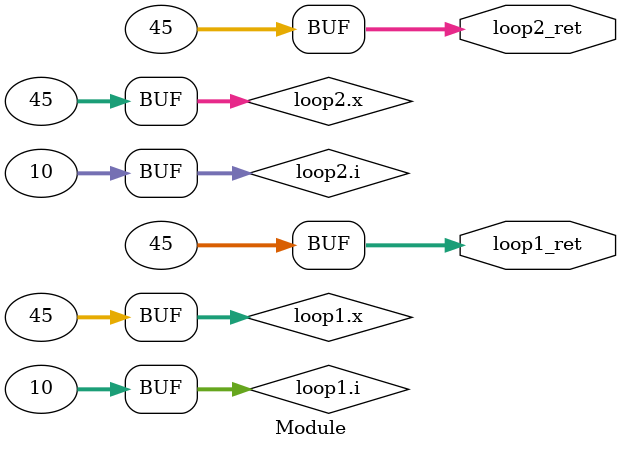
<source format=sv>
`include "metron/tools/metron_tools.sv"

module Module (
  // loop1() ports
  output int loop1_ret,
  // loop2() ports
  output int loop2_ret
);
  /*public*/

  // decl in for
  always_comb begin : loop1
    int x;
    int i;
    x = 0;
    for (i = 0; i < 10; i = i + 1) begin
      x = x + i;
    end
    loop1_ret = x;
  end

  // decl outside of for
  always_comb begin : loop2
    int x;
    int i;
    x = 0;
    for (i = 0; i < 10; i = i + 1) begin
      x = x + i;
    end
    loop2_ret = x;
  end
endmodule

</source>
